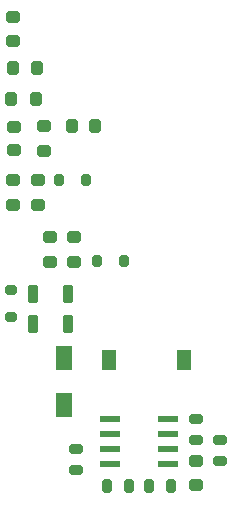
<source format=gbr>
%TF.GenerationSoftware,KiCad,Pcbnew,(6.0.4-0)*%
%TF.CreationDate,2022-10-27T23:32:19+02:00*%
%TF.ProjectId,NE2Pi,4e453250-692e-46b6-9963-61645f706362,rev?*%
%TF.SameCoordinates,Original*%
%TF.FileFunction,Paste,Top*%
%TF.FilePolarity,Positive*%
%FSLAX46Y46*%
G04 Gerber Fmt 4.6, Leading zero omitted, Abs format (unit mm)*
G04 Created by KiCad (PCBNEW (6.0.4-0)) date 2022-10-27 23:32:19*
%MOMM*%
%LPD*%
G01*
G04 APERTURE LIST*
G04 Aperture macros list*
%AMRoundRect*
0 Rectangle with rounded corners*
0 $1 Rounding radius*
0 $2 $3 $4 $5 $6 $7 $8 $9 X,Y pos of 4 corners*
0 Add a 4 corners polygon primitive as box body*
4,1,4,$2,$3,$4,$5,$6,$7,$8,$9,$2,$3,0*
0 Add four circle primitives for the rounded corners*
1,1,$1+$1,$2,$3*
1,1,$1+$1,$4,$5*
1,1,$1+$1,$6,$7*
1,1,$1+$1,$8,$9*
0 Add four rect primitives between the rounded corners*
20,1,$1+$1,$2,$3,$4,$5,0*
20,1,$1+$1,$4,$5,$6,$7,0*
20,1,$1+$1,$6,$7,$8,$9,0*
20,1,$1+$1,$8,$9,$2,$3,0*%
G04 Aperture macros list end*
%ADD10RoundRect,0.135000X-0.325000X-0.585000X0.325000X-0.585000X0.325000X0.585000X-0.325000X0.585000X0*%
%ADD11RoundRect,0.147500X0.412500X-0.262500X0.412500X0.262500X-0.412500X0.262500X-0.412500X-0.262500X0*%
%ADD12RoundRect,0.130000X-0.430000X0.350000X-0.430000X-0.350000X0.430000X-0.350000X0.430000X0.350000X0*%
%ADD13RoundRect,0.132500X0.447500X-0.337500X0.447500X0.337500X-0.447500X0.337500X-0.447500X-0.337500X0*%
%ADD14RoundRect,0.147500X0.262500X0.412500X-0.262500X0.412500X-0.262500X-0.412500X0.262500X-0.412500X0*%
%ADD15R,1.200000X1.760000*%
%ADD16RoundRect,0.145000X0.275000X0.335000X-0.275000X0.335000X-0.275000X-0.335000X0.275000X-0.335000X0*%
%ADD17R,1.440000X2.000000*%
%ADD18RoundRect,0.132500X-0.447500X0.337500X-0.447500X-0.337500X0.447500X-0.337500X0.447500X0.337500X0*%
%ADD19RoundRect,0.130000X0.430000X-0.350000X0.430000X0.350000X-0.430000X0.350000X-0.430000X-0.350000X0*%
%ADD20RoundRect,0.147500X-0.412500X0.262500X-0.412500X-0.262500X0.412500X-0.262500X0.412500X0.262500X0*%
%ADD21RoundRect,0.132500X0.337500X0.447500X-0.337500X0.447500X-0.337500X-0.447500X0.337500X-0.447500X0*%
%ADD22RoundRect,0.130000X0.350000X0.430000X-0.350000X0.430000X-0.350000X-0.430000X0.350000X-0.430000X0*%
%ADD23RoundRect,0.145000X0.335000X-0.275000X0.335000X0.275000X-0.335000X0.275000X-0.335000X-0.275000X0*%
%ADD24RoundRect,0.000000X-0.780000X-0.240000X0.780000X-0.240000X0.780000X0.240000X-0.780000X0.240000X0*%
G04 APERTURE END LIST*
D10*
%TO.C,C10*%
X121998000Y-39243000D03*
X119048000Y-39243000D03*
%TD*%
D11*
%TO.C,R6*%
X134874000Y-51538500D03*
X134874000Y-53363500D03*
%TD*%
D12*
%TO.C,R3*%
X117348000Y-15764000D03*
X117348000Y-17764000D03*
%TD*%
D13*
%TO.C,C6*%
X122555000Y-34395500D03*
X122555000Y-36470500D03*
%TD*%
D14*
%TO.C,R8*%
X128905000Y-55499000D03*
X130730000Y-55499000D03*
%TD*%
D15*
%TO.C,L1*%
X131851000Y-44831000D03*
X125451000Y-44831000D03*
%TD*%
D16*
%TO.C,FB1*%
X121278000Y-29591000D03*
X123578000Y-29591000D03*
%TD*%
D11*
%TO.C,C4*%
X122682000Y-52300500D03*
X122682000Y-54125500D03*
%TD*%
D17*
%TO.C,D1*%
X121666000Y-44609000D03*
X121666000Y-48609000D03*
%TD*%
D13*
%TO.C,C8*%
X120523000Y-34395500D03*
X120523000Y-36470500D03*
%TD*%
%TO.C,C3*%
X132842000Y-53318500D03*
X132842000Y-55393500D03*
%TD*%
D18*
%TO.C,C1*%
X120015000Y-24997500D03*
X120015000Y-27072500D03*
%TD*%
D16*
%TO.C,FB2*%
X124453000Y-36449000D03*
X126753000Y-36449000D03*
%TD*%
D19*
%TO.C,R4*%
X117475000Y-27035000D03*
X117475000Y-25035000D03*
%TD*%
D18*
%TO.C,C7*%
X119507000Y-31644500D03*
X119507000Y-29569500D03*
%TD*%
D20*
%TO.C,R5*%
X132842000Y-51585500D03*
X132842000Y-49760500D03*
%TD*%
D21*
%TO.C,C2*%
X119274500Y-22733000D03*
X117199500Y-22733000D03*
%TD*%
D22*
%TO.C,R1*%
X124317000Y-25019000D03*
X122317000Y-25019000D03*
%TD*%
D18*
%TO.C,C5*%
X117348000Y-31644500D03*
X117348000Y-29569500D03*
%TD*%
D23*
%TO.C,FB3*%
X117221000Y-38855000D03*
X117221000Y-41155000D03*
%TD*%
D24*
%TO.C,U3*%
X125541000Y-49784000D03*
X125541000Y-51054000D03*
X125541000Y-52324000D03*
X125541000Y-53594000D03*
X130491000Y-53594000D03*
X130491000Y-52324000D03*
X130491000Y-51054000D03*
X130491000Y-49784000D03*
%TD*%
D22*
%TO.C,R2*%
X119364000Y-20066000D03*
X117364000Y-20066000D03*
%TD*%
D10*
%TO.C,C9*%
X121998000Y-41783000D03*
X119048000Y-41783000D03*
%TD*%
D14*
%TO.C,R7*%
X125349000Y-55499000D03*
X127174000Y-55499000D03*
%TD*%
M02*

</source>
